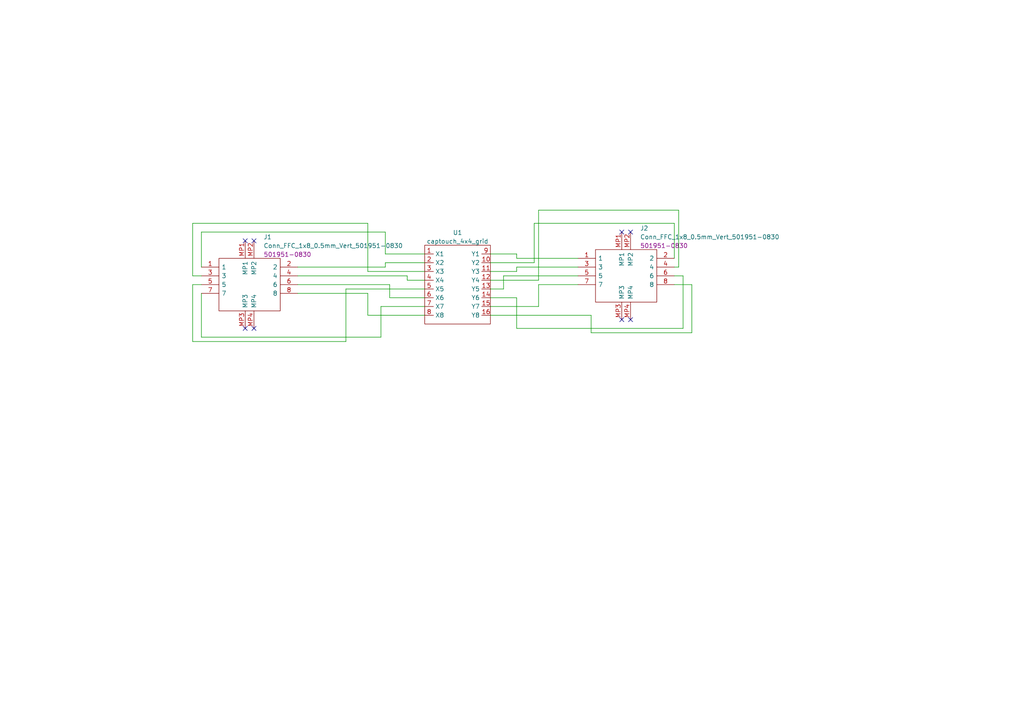
<source format=kicad_sch>
(kicad_sch (version 20211123) (generator eeschema)
  (paper "A4")
  (lib_symbols
    (symbol "asmr-kicad:Conn_FFC_1x8_0.5mm_Vert_501951-0830" (pin_names (offset 0.762))
      (property "Reference" "J" (at 21.59 12.7 0))
      (property "Value" "Conn_FFC_1x8_0.5mm_Vert_501951-0830" (at 21.59 10.16 0))
      (property "mpn" "501951-0830" (at 0 0 0))
      (symbol "Conn_FFC_1x8_0.5mm_Vert_501951-0830_0_0"
        (pin passive line (at 7.62 -15.24 90) (length 5.08) (name "1") (number "1"))
        (pin passive line (at 7.62 12.7 270) (length 5.08) (name "2") (number "2"))
        (pin passive line (at 10.16 -15.24 90) (length 5.08) (name "3") (number "3"))
        (pin passive line (at 10.16 12.7 270) (length 5.08) (name "4") (number "4"))
        (pin passive line (at 12.7 -15.24 90) (length 5.08) (name "5") (number "5"))
        (pin passive line (at 12.7 12.7 270) (length 5.08) (name "6") (number "6"))
        (pin passive line (at 15.24 -15.24 90) (length 5.08) (name "7") (number "7"))
        (pin passive line (at 15.24 12.7 270) (length 5.08) (name "8") (number "8"))
        (pin passive line (at 0 -2.54 0) (length 5.08) (name "MP1") (number "MP1"))
        (pin passive line (at 0 0 0) (length 5.08) (name "MP2") (number "MP2"))
        (pin passive line (at 25.4 -2.54 180) (length 5.08) (name "MP3") (number "MP3"))
        (pin passive line (at 25.4 0 180) (length 5.08) (name "MP4") (number "MP4"))
      )
      (symbol "Conn_FFC_1x8_0.5mm_Vert_501951-0830_0_1"
        (polyline (pts (xy 5.08 7.62) (xy 20.32 7.62) (xy 20.32 -10.16) (xy 5.08 -10.16) (xy 5.08 7.62)) (stroke (width 0.1524)))
      )
    )
    (symbol "asmr-kicad:captouch_4x4_grid"
      (property "Reference" "U" (at 5.08 2.54 0))
      (property "Value" "captouch_4x4_grid" (at 5.08 5.08 0))
      (symbol "captouch_4x4_grid_0_1"
        (rectangle (start -3.81 0) (end 15.24 -22.86) (stroke (width 0.1524)))
      )
      (symbol "captouch_4x4_grid_1_1"
        (pin input line (at -3.81 -2.54 0) (length 2.54) (name "X1") (number "1"))
        (pin input line (at 15.24 -5.08 180) (length 2.54) (name "Y2") (number "10"))
        (pin input line (at 15.24 -7.62 180) (length 2.54) (name "Y3") (number "11"))
        (pin input line (at 15.24 -10.16 180) (length 2.54) (name "Y4") (number "12"))
        (pin input line (at 15.24 -12.7 180) (length 2.54) (name "Y5") (number "13"))
        (pin input line (at 15.24 -15.24 180) (length 2.54) (name "Y6") (number "14"))
        (pin input line (at 15.24 -17.78 180) (length 2.54) (name "Y7") (number "15"))
        (pin input line (at 15.24 -20.32 180) (length 2.54) (name "Y8") (number "16"))
        (pin input line (at -3.81 -5.08 0) (length 2.54) (name "X2") (number "2"))
        (pin input line (at -3.81 -7.62 0) (length 2.54) (name "X3") (number "3"))
        (pin input line (at -3.81 -10.16 0) (length 2.54) (name "X4") (number "4"))
        (pin input line (at -3.81 -12.7 0) (length 2.54) (name "X5") (number "5"))
        (pin input line (at -3.81 -15.24 0) (length 2.54) (name "X6") (number "6"))
        (pin input line (at -3.81 -17.78 0) (length 2.54) (name "X7") (number "7"))
        (pin input line (at -3.81 -20.32 0) (length 2.54) (name "X8") (number "8"))
        (pin input line (at 15.24 -2.54 180) (length 2.54) (name "Y1") (number "9"))
      )
    )
  )
  (no_connect (at 180.34 67.31))
  (no_connect (at 182.88 67.31))
  (no_connect (at 182.88 92.71))
  (no_connect (at 180.34 92.71))
  (no_connect (at 71.12 69.85))
  (no_connect (at 73.66 95.25))
  (no_connect (at 73.66 69.85))
  (no_connect (at 71.12 95.25))
  (wire (pts (xy 55.88 80.01) (xy 55.88 64.77)))
  (wire (pts (xy 146.05 80.01) (xy 146.05 83.82)))
  (wire (pts (xy 200.66 82.55) (xy 195.58 82.55)))
  (wire (pts (xy 146.05 83.82) (xy 142.24 83.82)))
  (wire (pts (xy 111.76 67.31) (xy 111.76 73.66)))
  (wire (pts (xy 58.42 67.31) (xy 111.76 67.31)))
  (wire (pts (xy 149.86 77.47) (xy 149.86 78.74)))
  (wire (pts (xy 149.86 95.25) (xy 149.86 86.36)))
  (wire (pts (xy 195.58 74.93) (xy 195.58 64.77)))
  (wire (pts (xy 167.64 82.55) (xy 156.21 82.55)))
  (wire (pts (xy 55.88 64.77) (xy 106.68 64.77)))
  (wire (pts (xy 86.36 77.47) (xy 111.76 77.47)))
  (wire (pts (xy 58.42 80.01) (xy 55.88 80.01)))
  (wire (pts (xy 106.68 78.74) (xy 123.19 78.74)))
  (wire (pts (xy 156.21 82.55) (xy 156.21 88.9)))
  (wire (pts (xy 142.24 91.44) (xy 171.45 91.44)))
  (wire (pts (xy 86.36 80.01) (xy 118.11 80.01)))
  (wire (pts (xy 167.64 77.47) (xy 149.86 77.47)))
  (wire (pts (xy 196.85 77.47) (xy 196.85 60.96)))
  (wire (pts (xy 118.11 80.01) (xy 118.11 81.28)))
  (wire (pts (xy 113.03 86.36) (xy 123.19 86.36)))
  (wire (pts (xy 55.88 82.55) (xy 55.88 99.06)))
  (wire (pts (xy 110.49 88.9) (xy 123.19 88.9)))
  (wire (pts (xy 200.66 96.52) (xy 200.66 82.55)))
  (wire (pts (xy 156.21 81.28) (xy 142.24 81.28)))
  (wire (pts (xy 149.86 73.66) (xy 142.24 73.66)))
  (wire (pts (xy 154.94 76.2) (xy 142.24 76.2)))
  (wire (pts (xy 156.21 60.96) (xy 156.21 81.28)))
  (wire (pts (xy 156.21 88.9) (xy 142.24 88.9)))
  (wire (pts (xy 55.88 99.06) (xy 100.33 99.06)))
  (wire (pts (xy 100.33 99.06) (xy 100.33 83.82)))
  (wire (pts (xy 198.12 95.25) (xy 149.86 95.25)))
  (wire (pts (xy 195.58 80.01) (xy 198.12 80.01)))
  (wire (pts (xy 171.45 96.52) (xy 200.66 96.52)))
  (wire (pts (xy 113.03 82.55) (xy 113.03 86.36)))
  (wire (pts (xy 171.45 91.44) (xy 171.45 96.52)))
  (wire (pts (xy 149.86 86.36) (xy 142.24 86.36)))
  (wire (pts (xy 58.42 82.55) (xy 55.88 82.55)))
  (wire (pts (xy 111.76 77.47) (xy 111.76 76.2)))
  (wire (pts (xy 106.68 85.09) (xy 106.68 91.44)))
  (wire (pts (xy 100.33 83.82) (xy 123.19 83.82)))
  (wire (pts (xy 111.76 76.2) (xy 123.19 76.2)))
  (wire (pts (xy 106.68 64.77) (xy 106.68 78.74)))
  (wire (pts (xy 58.42 85.09) (xy 58.42 97.79)))
  (wire (pts (xy 195.58 77.47) (xy 196.85 77.47)))
  (wire (pts (xy 149.86 78.74) (xy 142.24 78.74)))
  (wire (pts (xy 106.68 91.44) (xy 123.19 91.44)))
  (wire (pts (xy 110.49 97.79) (xy 110.49 88.9)))
  (wire (pts (xy 86.36 85.09) (xy 106.68 85.09)))
  (wire (pts (xy 167.64 80.01) (xy 146.05 80.01)))
  (wire (pts (xy 58.42 77.47) (xy 58.42 67.31)))
  (wire (pts (xy 196.85 60.96) (xy 156.21 60.96)))
  (wire (pts (xy 58.42 97.79) (xy 110.49 97.79)))
  (wire (pts (xy 149.86 74.93) (xy 149.86 73.66)))
  (wire (pts (xy 167.64 74.93) (xy 149.86 74.93)))
  (wire (pts (xy 86.36 82.55) (xy 113.03 82.55)))
  (wire (pts (xy 195.58 64.77) (xy 154.94 64.77)))
  (wire (pts (xy 118.11 81.28) (xy 123.19 81.28)))
  (wire (pts (xy 154.94 64.77) (xy 154.94 76.2)))
  (wire (pts (xy 111.76 73.66) (xy 123.19 73.66)))
  (wire (pts (xy 198.12 80.01) (xy 198.12 95.25)))
  (symbol (lib_id "asmr-kicad:Conn_FFC_1x8_0.5mm_Vert_501951-0830") (at 73.66 69.85 270) (unit 1)
    (property "Reference" "J1" (at 76.4287 68.7442 90) (effects (justify left)))
    (property "Value" "Conn_FFC_1x8_0.5mm_Vert_501951-0830" (at 76.4287 71.2811 90) (effects (justify left)))
    (property "Footprint" "ASMR_footprints:Conn_FFC_1x8_0.5mm_Molex_5019510830" (effects hide))
    (property "Datasheet" "https://www.molex.com/webdocs/datasheets/pdf/en-us/5019510830_FFC_FPC_CONNECTORS.pdf" (effects hide))
    (property "Description" "0.5 FPC HSG ASSY EASYONST8CKT MBSTPPKG" (effects hide))
    (property "Height" "4.54" (effects hide))
    (property "Mouser Part Number" "538-501951-0830" (effects hide))
    (property "Mouser Price/Stock" "https://www.mouser.co.uk/ProductDetail/Molex/501951-0830?qs=PzGy0jfpSMtqYfXm3SDyHQ%3D%3D" (effects hide))
    (property "Manufacturer_Name" "Molex" (effects hide))
    (property "Manufacturer_Part_Number" "501951-0830" (effects hide))
    (property "mpn" "501951-0830" (at 76.4287 73.818 90) (effects (justify left)))
  )
  (symbol (lib_id "asmr-kicad:Conn_FFC_1x8_0.5mm_Vert_501951-0830") (at 182.88 67.31 270) (unit 1)
    (property "Reference" "J2" (at 185.6487 66.2042 90) (effects (justify left)))
    (property "Value" "Conn_FFC_1x8_0.5mm_Vert_501951-0830" (at 185.6487 68.7411 90) (effects (justify left)))
    (property "Footprint" "ASMR_footprints:Conn_FFC_1x8_0.5mm_Molex_5019510830" (effects hide))
    (property "Datasheet" "https://www.molex.com/webdocs/datasheets/pdf/en-us/5019510830_FFC_FPC_CONNECTORS.pdf" (effects hide))
    (property "Description" "0.5 FPC HSG ASSY EASYONST8CKT MBSTPPKG" (effects hide))
    (property "Height" "4.54" (effects hide))
    (property "Mouser Part Number" "538-501951-0830" (effects hide))
    (property "Mouser Price/Stock" "https://www.mouser.co.uk/ProductDetail/Molex/501951-0830?qs=PzGy0jfpSMtqYfXm3SDyHQ%3D%3D" (effects hide))
    (property "Manufacturer_Name" "Molex" (effects hide))
    (property "Manufacturer_Part_Number" "501951-0830" (effects hide))
    (property "mpn" "501951-0830" (at 185.6487 71.278 90) (effects (justify left)))
  )
  (symbol (lib_id "asmr-kicad:captouch_4x4_grid") (at 127 71.12 0) (unit 1)
    (property "Reference" "U1" (at 132.715 67.471 0))
    (property "Value" "captouch_4x4_grid" (at 132.715 70.0079 0))
    (property "Footprint" "ASMR_footprints:captouch_grid_4x4" (effects hide))
  )
)
</source>
